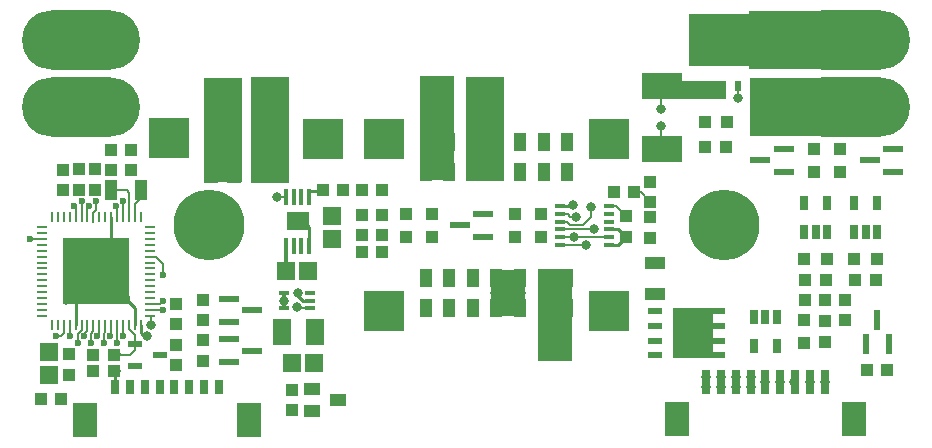
<source format=gtl>
%FSLAX44Y44*%
%MOMM*%
G71*
G01*
G75*
G04 Layer_Physical_Order=1*
G04 Layer_Color=255*
%ADD10R,1.0500X1.0800*%
%ADD11R,1.0800X1.0500*%
%ADD12R,1.0000X1.1000*%
%ADD13R,1.6000X1.5000*%
%ADD14R,3.5000X2.2000*%
%ADD15R,1.1000X1.0000*%
%ADD16R,1.7000X1.1000*%
%ADD17R,0.8000X2.0000*%
%ADD18R,2.1000X3.0000*%
%ADD19R,0.7000X1.3000*%
%ADD20R,1.0000X1.5000*%
%ADD21R,1.8000X0.6000*%
%ADD22R,0.8890X0.4200*%
%ADD23R,1.1000X1.1000*%
%ADD24R,1.0000X1.8000*%
%ADD25O,0.8500X0.2500*%
%ADD26O,0.2500X0.8500*%
%ADD27R,5.6000X5.6000*%
%ADD28R,1.3000X0.6000*%
%ADD29R,1.5000X1.6000*%
%ADD30R,1.4000X1.0000*%
%ADD31R,0.9000X0.4000*%
%ADD32R,1.1000X1.1000*%
%ADD33R,0.6000X1.8000*%
%ADD34R,1.3000X0.6000*%
%ADD35R,1.2700X0.6000*%
%ADD36R,1.0200X0.6000*%
%ADD37R,0.5000X0.8500*%
%ADD38R,0.6000X1.2000*%
%ADD39R,1.2000X2.0000*%
%ADD40R,2.1000X3.0000*%
%ADD41R,0.8000X1.3000*%
%ADD42R,1.6000X2.2000*%
%ADD43R,0.3500X1.3500*%
%ADD44R,1.8900X1.5700*%
%ADD45C,0.2000*%
%ADD46C,0.2540*%
%ADD47C,0.3000*%
%ADD48C,0.2500*%
%ADD49R,5.1250X1.5250*%
%ADD50R,6.6250X4.4250*%
%ADD51R,10.4000X5.0000*%
%ADD52R,3.0000X8.8500*%
%ADD53R,10.4500X5.0000*%
%ADD54R,3.0000X7.7500*%
%ADD55R,3.2250X8.8000*%
%ADD56R,3.4700X4.3300*%
%ADD57R,3.2250X8.8500*%
%ADD58R,3.2999X8.9500*%
%ADD59R,3.0000X4.0000*%
%ADD60R,3.5000X3.5000*%
%ADD61O,10.0000X5.0000*%
%ADD62C,6.0000*%
%ADD63C,0.8000*%
%ADD64C,1.0000*%
%ADD65C,0.6000*%
%ADD66C,0.7000*%
%ADD67C,0.6600*%
%ADD68C,0.5000*%
D10*
X90750Y77000D02*
D03*
X73250D02*
D03*
X300750Y177000D02*
D03*
X318250D02*
D03*
X693752Y153751D02*
D03*
X676251D02*
D03*
X591749Y266500D02*
D03*
X609250D02*
D03*
X90750Y90000D02*
D03*
X73250D02*
D03*
X718500Y153751D02*
D03*
X736000D02*
D03*
D11*
X52750Y73249D02*
D03*
Y90750D02*
D03*
X692880Y101250D02*
D03*
Y118750D02*
D03*
X105750Y264000D02*
D03*
Y246500D02*
D03*
X88750Y264000D02*
D03*
Y246500D02*
D03*
X544750Y207000D02*
D03*
Y189500D02*
D03*
X143250Y133750D02*
D03*
Y116250D02*
D03*
X75001Y247500D02*
D03*
Y230000D02*
D03*
X61752Y247500D02*
D03*
Y230000D02*
D03*
X524250Y207500D02*
D03*
Y190000D02*
D03*
D12*
X300750Y191500D02*
D03*
Y208500D02*
D03*
X284749Y229750D02*
D03*
X267748D02*
D03*
X301001Y229750D02*
D03*
X318001D02*
D03*
X514501Y228000D02*
D03*
X531501D02*
D03*
X28751Y53250D02*
D03*
X45751D02*
D03*
X745748Y77500D02*
D03*
X728748D02*
D03*
X692749Y137000D02*
D03*
X675749D02*
D03*
D13*
X36000Y92500D02*
D03*
Y73500D02*
D03*
X275499Y188750D02*
D03*
Y207750D02*
D03*
D14*
X555251Y264250D02*
D03*
Y318250D02*
D03*
D15*
X710000Y136501D02*
D03*
Y119501D02*
D03*
X318250Y208499D02*
D03*
Y191499D02*
D03*
X544750Y220001D02*
D03*
Y237002D02*
D03*
X241250Y60500D02*
D03*
Y43499D02*
D03*
X143750Y81501D02*
D03*
Y98501D02*
D03*
X48000Y247249D02*
D03*
Y230249D02*
D03*
X166000Y85499D02*
D03*
Y102499D02*
D03*
Y119499D02*
D03*
Y136499D02*
D03*
D16*
X549000Y141500D02*
D03*
Y168500D02*
D03*
D17*
X592550Y67500D02*
D03*
X605049D02*
D03*
X617549D02*
D03*
X630048D02*
D03*
X642550D02*
D03*
X655049D02*
D03*
X667549D02*
D03*
X680051D02*
D03*
X692880D02*
D03*
D18*
X567549Y36250D02*
D03*
X717749D02*
D03*
D19*
X652050Y98000D02*
D03*
X633050D02*
D03*
Y122000D02*
D03*
X642550D02*
D03*
X652050D02*
D03*
X717750Y218750D02*
D03*
X736750D02*
D03*
Y194750D02*
D03*
X727250D02*
D03*
X717750D02*
D03*
X675501Y218750D02*
D03*
X694501D02*
D03*
Y194750D02*
D03*
X685001D02*
D03*
X675501D02*
D03*
D20*
X354751Y245250D02*
D03*
Y270250D02*
D03*
X374751Y245250D02*
D03*
Y270250D02*
D03*
X394751Y245250D02*
D03*
Y270250D02*
D03*
X414751Y245250D02*
D03*
Y270250D02*
D03*
X434751Y245250D02*
D03*
Y270250D02*
D03*
X454751Y245250D02*
D03*
Y270250D02*
D03*
X474751Y245250D02*
D03*
Y270250D02*
D03*
X474751Y155000D02*
D03*
Y130000D02*
D03*
X454751Y155000D02*
D03*
Y130000D02*
D03*
X434751Y155000D02*
D03*
Y130000D02*
D03*
X414751Y155000D02*
D03*
Y130000D02*
D03*
X394751Y155000D02*
D03*
Y130000D02*
D03*
X374751Y155000D02*
D03*
Y130000D02*
D03*
X354751Y155000D02*
D03*
Y130000D02*
D03*
D21*
X658000Y245500D02*
D03*
Y264500D02*
D03*
X638000Y255000D02*
D03*
X383500Y200000D02*
D03*
X403500Y209500D02*
D03*
Y190500D02*
D03*
X750750Y245500D02*
D03*
Y264500D02*
D03*
X730750Y255000D02*
D03*
X208000Y128000D02*
D03*
X188000Y118500D02*
D03*
Y137500D02*
D03*
X208000Y94000D02*
D03*
X188000Y84500D02*
D03*
Y103500D02*
D03*
D22*
X509890Y183500D02*
D03*
Y190000D02*
D03*
Y196500D02*
D03*
Y203000D02*
D03*
Y209500D02*
D03*
Y216000D02*
D03*
X469000Y183500D02*
D03*
Y190000D02*
D03*
Y196500D02*
D03*
Y203000D02*
D03*
Y209500D02*
D03*
Y216000D02*
D03*
D23*
X683250Y264500D02*
D03*
Y245500D02*
D03*
X675500Y100500D02*
D03*
Y119500D02*
D03*
X430500Y209500D02*
D03*
Y190500D02*
D03*
X452750Y190500D02*
D03*
Y209500D02*
D03*
X360000Y190500D02*
D03*
Y209500D02*
D03*
X705250Y245500D02*
D03*
Y264500D02*
D03*
X338000Y190500D02*
D03*
Y209500D02*
D03*
D24*
X113750Y229500D02*
D03*
X88750D02*
D03*
D25*
X121750Y123500D02*
D03*
Y128500D02*
D03*
Y133500D02*
D03*
Y138500D02*
D03*
Y143500D02*
D03*
Y148500D02*
D03*
Y153500D02*
D03*
Y158500D02*
D03*
Y163500D02*
D03*
Y168500D02*
D03*
Y173500D02*
D03*
Y178500D02*
D03*
Y183500D02*
D03*
Y188500D02*
D03*
Y193500D02*
D03*
Y198500D02*
D03*
X30250D02*
D03*
Y193500D02*
D03*
Y188500D02*
D03*
Y183500D02*
D03*
Y178500D02*
D03*
Y173500D02*
D03*
Y168500D02*
D03*
Y163500D02*
D03*
Y158500D02*
D03*
Y153500D02*
D03*
Y148500D02*
D03*
Y143500D02*
D03*
Y138500D02*
D03*
Y133500D02*
D03*
Y128500D02*
D03*
Y123500D02*
D03*
D26*
X113500Y206750D02*
D03*
X108500D02*
D03*
X103500D02*
D03*
X98500D02*
D03*
X93500D02*
D03*
X88500D02*
D03*
X83500D02*
D03*
X78500D02*
D03*
X73500D02*
D03*
X68500D02*
D03*
X63500D02*
D03*
X58500D02*
D03*
X53500D02*
D03*
X48500D02*
D03*
X43500D02*
D03*
X38500D02*
D03*
Y115250D02*
D03*
X43500D02*
D03*
X48500D02*
D03*
X53500D02*
D03*
X58500D02*
D03*
X63500D02*
D03*
X68500D02*
D03*
X73500D02*
D03*
X78500D02*
D03*
X83500D02*
D03*
X88500D02*
D03*
X93500D02*
D03*
X98500D02*
D03*
X103500D02*
D03*
X108500D02*
D03*
X113500D02*
D03*
D27*
X76000Y161000D02*
D03*
D28*
X129500Y90000D02*
D03*
X108500Y80500D02*
D03*
Y99500D02*
D03*
D29*
X260250Y83501D02*
D03*
X241250D02*
D03*
X236500Y161750D02*
D03*
X255500D02*
D03*
D30*
X280751Y52001D02*
D03*
X258749Y42501D02*
D03*
Y61500D02*
D03*
D31*
X235000Y129751D02*
D03*
Y142751D02*
D03*
X257000D02*
D03*
Y136251D02*
D03*
Y129751D02*
D03*
D32*
X591000Y287250D02*
D03*
X610000D02*
D03*
X717750Y171500D02*
D03*
X736750D02*
D03*
X694501Y171500D02*
D03*
X675501D02*
D03*
D33*
X727750Y99500D02*
D03*
X746750D02*
D03*
X737250Y119500D02*
D03*
D34*
X549000Y127249D02*
D03*
D35*
Y114649D02*
D03*
Y102049D02*
D03*
Y89949D02*
D03*
D36*
X603500Y127249D02*
D03*
Y114649D02*
D03*
Y102049D02*
D03*
Y89949D02*
D03*
D37*
X594167Y318249D02*
D03*
X606833D02*
D03*
X581500D02*
D03*
X619500D02*
D03*
D38*
X581000Y372749D02*
D03*
X620500D02*
D03*
X594000D02*
D03*
X607333D02*
D03*
D39*
X172751Y246250D02*
D03*
Y271250D02*
D03*
X192751Y246250D02*
D03*
Y271250D02*
D03*
X212751Y246250D02*
D03*
Y271250D02*
D03*
X232751Y246250D02*
D03*
Y271250D02*
D03*
D40*
X205002Y35500D02*
D03*
X66502D02*
D03*
D41*
X179502Y63000D02*
D03*
X167002D02*
D03*
X154502D02*
D03*
X142002D02*
D03*
X129502D02*
D03*
X117002D02*
D03*
X104502D02*
D03*
X92002D02*
D03*
D42*
X232999Y110001D02*
D03*
X261000D02*
D03*
D43*
X236499Y224160D02*
D03*
X242999D02*
D03*
X255999D02*
D03*
X249499D02*
D03*
Y182250D02*
D03*
X255999D02*
D03*
X242999D02*
D03*
X236499D02*
D03*
D44*
X246659Y203840D02*
D03*
D45*
X236159Y224160D02*
X236249Y224250D01*
Y227910D01*
Y218251D02*
Y224250D01*
X229250Y224160D02*
X236159D01*
X108500Y94250D02*
Y99500D01*
X104250Y90000D02*
X108500Y94250D01*
X94750Y90000D02*
X104250D01*
X48500Y108750D02*
Y115250D01*
X46000Y106250D02*
X48500Y108750D01*
X60250Y100750D02*
X60500Y100500D01*
X71250Y100750D02*
X71500Y100500D01*
X53500Y106505D02*
X54000Y106005D01*
X130750Y128500D02*
X132250D01*
X129500Y133500D02*
X132250Y136250D01*
X121750Y133500D02*
X129500D01*
X122506Y115256D02*
Y115756D01*
X122500Y115250D02*
X122506Y115256D01*
X130750Y128500D02*
X130750Y128500D01*
X121750D02*
X130750D01*
X42250Y106250D02*
X46000D01*
X108500Y206750D02*
Y218000D01*
X113750Y223250D01*
Y229500D01*
X103500Y206750D02*
Y217472D01*
X88750Y229500D02*
X102250D01*
X104000Y227750D01*
Y217972D02*
Y227750D01*
X103500Y217472D02*
X104000Y217972D01*
X53500Y106505D02*
Y115250D01*
X108500Y99500D02*
Y106946D01*
X103500Y111947D02*
X108500Y106946D01*
X103500Y99500D02*
X108500D01*
X103500Y99500D02*
X103500Y99500D01*
X103500D02*
X103500Y99500D01*
X132250Y157750D02*
Y167500D01*
X126250Y173500D02*
X132250Y167500D01*
X121750Y173500D02*
X126250D01*
X65750Y106005D02*
Y107733D01*
X68500Y110483D01*
Y115250D01*
X60250Y100750D02*
Y108284D01*
X63500Y111534D01*
Y115250D01*
X76750Y106005D02*
X78500Y107755D01*
Y115250D01*
X71250Y108284D02*
X73500Y110534D01*
X71250Y100750D02*
Y108284D01*
X73500Y110534D02*
Y115250D01*
X82250Y108365D02*
X83500Y109615D01*
Y115250D01*
X82250Y100750D02*
Y108365D01*
Y100750D02*
X82500Y100500D01*
X87750Y106005D02*
X88500Y106755D01*
Y115250D01*
X98500Y106510D02*
X99005Y106005D01*
X98500Y106510D02*
Y115250D01*
X93500D02*
X93500Y115250D01*
Y100500D02*
Y115250D01*
X103500Y111947D02*
Y115250D01*
X57250Y216000D02*
X58500Y214750D01*
Y206750D02*
Y214750D01*
X63500Y206750D02*
Y220250D01*
X76000Y213000D02*
Y220250D01*
X73500Y210500D02*
X76000Y213000D01*
X73500Y206750D02*
Y210500D01*
X68500Y214750D02*
X69750Y216000D01*
X68500Y206750D02*
Y214750D01*
X92250Y216000D02*
X93500Y214750D01*
Y206750D02*
Y214750D01*
X98500Y220250D02*
X98500Y220250D01*
Y206750D02*
Y220250D01*
X70250Y217500D02*
X70500Y217250D01*
X20250Y188500D02*
X20250Y188500D01*
X30250D01*
X271249Y209500D02*
Y214190D01*
X536751Y228000D02*
X544750Y220001D01*
X531501Y228000D02*
X536751D01*
X261000Y110001D02*
Y118250D01*
X494750Y207250D02*
Y215250D01*
X487750Y200250D02*
X494750Y207250D01*
X477000Y200250D02*
X487750D01*
X474250Y203000D02*
X477000Y200250D01*
X469000Y203000D02*
X474250D01*
X490750Y183500D02*
X491000Y183250D01*
X469000Y183500D02*
X490750D01*
X496500Y196500D02*
X497000Y197000D01*
X469000Y196500D02*
X496500D01*
X469000Y203000D02*
X470000Y202000D01*
X515750Y216000D02*
X524250Y207500D01*
X509890Y216000D02*
X515750D01*
X469000Y190000D02*
X509890D01*
X610000Y287250D02*
Y290000D01*
X122500Y115250D02*
Y122750D01*
X83500Y111750D02*
Y115250D01*
X118447Y133500D02*
X121750D01*
X98500Y203250D02*
Y206750D01*
X73500Y203193D02*
Y206750D01*
X247749Y129751D02*
X257500D01*
X246000Y132750D02*
X247749Y129751D01*
X103500Y99500D02*
X104500Y100500D01*
X103500Y101500D02*
X104500Y100500D01*
X469000Y209500D02*
X475000D01*
X477250Y207250D01*
X482250D01*
X553751Y298501D02*
Y316750D01*
X553750Y265750D02*
Y284000D01*
X619500Y308250D02*
Y318249D01*
D46*
X255500Y161750D02*
Y164000D01*
X266998Y228999D02*
X267748Y229750D01*
X255999Y228999D02*
X266998D01*
X255999Y224160D02*
Y228999D01*
X246999Y140501D02*
Y142501D01*
Y140501D02*
X251250Y136251D01*
X257750D01*
X246409Y207590D02*
X255749Y198250D01*
Y186000D02*
Y198250D01*
X249250Y157333D02*
X255500Y163583D01*
Y164000D01*
X478500Y216000D02*
X480000Y217500D01*
X469000Y216000D02*
X478500D01*
X509890Y183500D02*
X517750D01*
X524250Y190000D01*
X517749Y196500D02*
X524250Y190000D01*
X509890Y196500D02*
X517749D01*
X88500Y173500D02*
Y206750D01*
X58500Y115250D02*
Y119750D01*
X82250Y161000D02*
X102750Y140500D01*
X76000Y161000D02*
X82250D01*
X49250Y134250D02*
X76000Y161000D01*
X102750Y136000D02*
Y140500D01*
Y136000D02*
X108500Y130250D01*
Y115250D02*
Y130250D01*
X113500Y109000D02*
Y115250D01*
Y109000D02*
X116250Y106250D01*
X58500Y119750D02*
Y143500D01*
X76000Y161000D01*
X92002Y63000D02*
Y75748D01*
D47*
X236249Y186000D02*
X236500Y185749D01*
Y164000D02*
Y185749D01*
X235000Y162500D02*
X236500Y164000D01*
X588353Y218897D02*
X607250Y200000D01*
X235000Y131501D02*
Y142751D01*
D48*
X602050Y102450D02*
X603500D01*
D49*
X583625Y314875D02*
D03*
D50*
X611125Y356625D02*
D03*
D51*
X680500Y356500D02*
D03*
D52*
X364751Y282000D02*
D03*
D53*
X681000Y300000D02*
D03*
D54*
X464751Y123750D02*
D03*
D55*
X404876Y281750D02*
D03*
D56*
X581149Y108582D02*
D03*
D57*
X182876Y280500D02*
D03*
D58*
X223251Y281000D02*
D03*
D59*
X424751Y142499D02*
D03*
D60*
X319751Y272750D02*
D03*
X509751D02*
D03*
X509751Y127500D02*
D03*
X319751D02*
D03*
X137751Y273750D02*
D03*
X267751Y273000D02*
D03*
D61*
X715250Y300000D02*
D03*
X63250Y356500D02*
D03*
X715250Y356500D02*
D03*
X63250Y300000D02*
D03*
D62*
X171250Y200000D02*
D03*
X607250D02*
D03*
D63*
X229250Y224160D02*
D03*
X255500Y161750D02*
D03*
X236500D02*
D03*
X585500Y318250D02*
D03*
X92250Y90750D02*
D03*
X119250Y106250D02*
D03*
X72000Y90000D02*
D03*
X122506Y115756D02*
D03*
X143250Y133750D02*
D03*
X61752Y230000D02*
D03*
Y247500D02*
D03*
X88750Y229500D02*
D03*
X113750D02*
D03*
X105750Y246500D02*
D03*
X88750Y246500D02*
D03*
Y264000D02*
D03*
X105750Y264000D02*
D03*
X544750Y141500D02*
D03*
X52750Y90750D02*
D03*
Y73249D02*
D03*
X92500Y77000D02*
D03*
X143750Y81501D02*
D03*
Y98501D02*
D03*
X280751Y52001D02*
D03*
X241250Y43499D02*
D03*
X258749Y42501D02*
D03*
Y61500D02*
D03*
X241250Y60500D02*
D03*
X275499Y188750D02*
D03*
Y207750D02*
D03*
X338000Y190500D02*
D03*
Y209500D02*
D03*
X360000Y190500D02*
D03*
Y209500D02*
D03*
X318250Y191499D02*
D03*
X300750Y177000D02*
D03*
X318250D02*
D03*
X300750Y191500D02*
D03*
X318250Y208499D02*
D03*
X300750Y208500D02*
D03*
X318001Y229750D02*
D03*
X301001D02*
D03*
X267748Y229750D02*
D03*
X284749D02*
D03*
X374751Y155000D02*
D03*
X355267Y129756D02*
D03*
X394751Y130000D02*
D03*
Y155000D02*
D03*
X514501Y228000D02*
D03*
X544750Y220001D02*
D03*
Y190001D02*
D03*
Y207002D02*
D03*
X610000Y287250D02*
D03*
X619250Y308000D02*
D03*
X480000Y217500D02*
D03*
X491000Y183250D02*
D03*
X497000Y197000D02*
D03*
X494750Y215250D02*
D03*
X482250Y207250D02*
D03*
X524250Y190000D02*
D03*
X480250Y190000D02*
D03*
X452750Y209500D02*
D03*
X430500Y209500D02*
D03*
X452750Y190500D02*
D03*
X430500Y190500D02*
D03*
X657000Y349500D02*
D03*
Y363250D02*
D03*
X587250Y349500D02*
D03*
X600250D02*
D03*
X614250D02*
D03*
X628500D02*
D03*
X642250D02*
D03*
Y363250D02*
D03*
X628500D02*
D03*
X614250D02*
D03*
X600250D02*
D03*
X587250D02*
D03*
X705250Y245500D02*
D03*
Y264500D02*
D03*
X683250Y264500D02*
D03*
Y245500D02*
D03*
X591000Y287250D02*
D03*
X591749Y266500D02*
D03*
X609250D02*
D03*
X576002Y318250D02*
D03*
X595000Y318250D02*
D03*
X604500D02*
D03*
X728748Y77500D02*
D03*
X745748D02*
D03*
X675500Y100500D02*
D03*
X692880Y101250D02*
D03*
X692749Y137000D02*
D03*
X710000Y136501D02*
D03*
Y119501D02*
D03*
X692880Y118750D02*
D03*
X675500Y119500D02*
D03*
X675749Y137000D02*
D03*
X553251Y168500D02*
D03*
X544750D02*
D03*
X553251Y141500D02*
D03*
X630048Y63000D02*
D03*
Y72000D02*
D03*
X617549Y63000D02*
D03*
Y72000D02*
D03*
X605049Y63000D02*
D03*
Y72000D02*
D03*
X592550Y63000D02*
D03*
Y72000D02*
D03*
X642550Y67500D02*
D03*
X680551D02*
D03*
X667049D02*
D03*
X692880D02*
D03*
X655049D02*
D03*
X434751Y245250D02*
D03*
X454751D02*
D03*
X474251Y270250D02*
D03*
X591250Y95999D02*
D03*
Y108250D02*
D03*
Y121000D02*
D03*
X570250Y108250D02*
D03*
Y121000D02*
D03*
Y95999D02*
D03*
X75001Y247500D02*
D03*
X36000Y73500D02*
D03*
X260250Y83501D02*
D03*
X261000Y110001D02*
D03*
X232999D02*
D03*
X241250Y83501D02*
D03*
X28751Y53250D02*
D03*
X166000Y102499D02*
D03*
Y136499D02*
D03*
Y119499D02*
D03*
Y85499D02*
D03*
X48000Y230249D02*
D03*
Y247249D02*
D03*
X75001Y230000D02*
D03*
X45751Y53250D02*
D03*
X143250Y116250D02*
D03*
X36000Y92500D02*
D03*
X235000Y136250D02*
D03*
X246999Y142501D02*
D03*
X246000Y131000D02*
D03*
X434751Y270250D02*
D03*
X72000Y77000D02*
D03*
X544750Y237002D02*
D03*
X553751Y298501D02*
D03*
X553750Y284000D02*
D03*
D64*
X560751Y312750D02*
D03*
X546250D02*
D03*
X560751Y323500D02*
D03*
X546250Y323500D02*
D03*
X374751Y130000D02*
D03*
X434751Y142749D02*
D03*
X424750Y130019D02*
D03*
X434751Y155000D02*
D03*
X424750Y142749D02*
D03*
X414751Y130019D02*
D03*
X424750Y154750D02*
D03*
X414751Y142749D02*
D03*
Y155000D02*
D03*
X473250Y131750D02*
D03*
X560751Y259000D02*
D03*
X546501D02*
D03*
X560751Y269750D02*
D03*
X357251Y306250D02*
D03*
X372751D02*
D03*
X414751D02*
D03*
X394751D02*
D03*
X414751Y279750D02*
D03*
Y293250D02*
D03*
X394751D02*
D03*
X414751Y319000D02*
D03*
X394751Y319000D02*
D03*
X372751D02*
D03*
X357251D02*
D03*
X372751Y293250D02*
D03*
X456251Y131750D02*
D03*
X357251Y293250D02*
D03*
X357251Y279750D02*
D03*
X212500Y270250D02*
D03*
X212750Y259000D02*
D03*
X223251Y270250D02*
D03*
X233752D02*
D03*
Y259000D02*
D03*
X223251D02*
D03*
X233752Y281250D02*
D03*
X223251D02*
D03*
X212750D02*
D03*
X193502D02*
D03*
X183001D02*
D03*
X172500D02*
D03*
X193502Y270250D02*
D03*
X183001D02*
D03*
X172500D02*
D03*
X193502Y259000D02*
D03*
X183001D02*
D03*
X172500D02*
D03*
X456251Y90500D02*
D03*
X473250D02*
D03*
Y103500D02*
D03*
X456251D02*
D03*
Y117000D02*
D03*
X434751Y130019D02*
D03*
X473250Y117006D02*
D03*
X454751Y270250D02*
D03*
X394751Y279750D02*
D03*
X372751D02*
D03*
X546250Y269750D02*
D03*
D65*
X60500Y100500D02*
D03*
X71500D02*
D03*
X93500D02*
D03*
X108500Y99500D02*
D03*
Y80500D02*
D03*
X54000Y106005D02*
D03*
X132250Y136250D02*
D03*
X76750Y106005D02*
D03*
X99005Y106005D02*
D03*
X69750Y216000D02*
D03*
X98500Y220250D02*
D03*
X76000D02*
D03*
X57250Y216000D02*
D03*
X63500Y220250D02*
D03*
X188000Y84500D02*
D03*
Y103500D02*
D03*
X383500Y200000D02*
D03*
X403500Y190500D02*
D03*
Y209500D02*
D03*
X750750Y245500D02*
D03*
Y264500D02*
D03*
X730750Y255000D02*
D03*
X638000D02*
D03*
X658000Y245500D02*
D03*
Y264500D02*
D03*
X737250Y119500D02*
D03*
X746750Y99500D02*
D03*
X727750D02*
D03*
X549000Y89949D02*
D03*
X546000Y102049D02*
D03*
X552250D02*
D03*
X546000Y114649D02*
D03*
X552250D02*
D03*
X552250Y127249D02*
D03*
X546000D02*
D03*
X208000Y94000D02*
D03*
X188000Y118500D02*
D03*
X208000Y128000D02*
D03*
X188000Y137500D02*
D03*
X132250Y128500D02*
D03*
X42250Y106250D02*
D03*
X65750Y106005D02*
D03*
X87750Y106005D02*
D03*
X92250Y216000D02*
D03*
X20250Y188500D02*
D03*
X82500Y100500D02*
D03*
X132250Y157750D02*
D03*
D66*
X179502Y63000D02*
D03*
X167002D02*
D03*
X154502D02*
D03*
X142002D02*
D03*
X129502D02*
D03*
X718500Y153751D02*
D03*
X736000D02*
D03*
X736750Y171500D02*
D03*
X717750D02*
D03*
X676251Y153751D02*
D03*
X693752D02*
D03*
X694501Y171500D02*
D03*
X675501D02*
D03*
X717750Y218750D02*
D03*
X736750D02*
D03*
Y194750D02*
D03*
X727250D02*
D03*
X717750D02*
D03*
X675501D02*
D03*
X685001D02*
D03*
X694501D02*
D03*
Y218750D02*
D03*
X675501D02*
D03*
X633050Y122000D02*
D03*
X642550D02*
D03*
X652050D02*
D03*
Y98000D02*
D03*
X633050D02*
D03*
X117002Y63000D02*
D03*
X104502D02*
D03*
D67*
X52000Y185000D02*
D03*
Y173000D02*
D03*
X100000Y137000D02*
D03*
X76000D02*
D03*
X52000D02*
D03*
X100000Y161000D02*
D03*
X76000D02*
D03*
X52000D02*
D03*
X100000Y185000D02*
D03*
X76000D02*
D03*
X88000Y137000D02*
D03*
X64000D02*
D03*
X88000Y161000D02*
D03*
X64000D02*
D03*
X88000Y185000D02*
D03*
X64000D02*
D03*
X100000Y149000D02*
D03*
X76000D02*
D03*
X52000D02*
D03*
X100000Y173000D02*
D03*
X76000D02*
D03*
X88000Y149000D02*
D03*
X64000D02*
D03*
X88000Y173000D02*
D03*
X64000D02*
D03*
D68*
X249499Y203750D02*
D03*
X243499D02*
D03*
X246499Y208250D02*
D03*
X252499D02*
D03*
X240499Y199250D02*
D03*
X246499D02*
D03*
X252499D02*
D03*
X240499Y208250D02*
D03*
M02*

</source>
